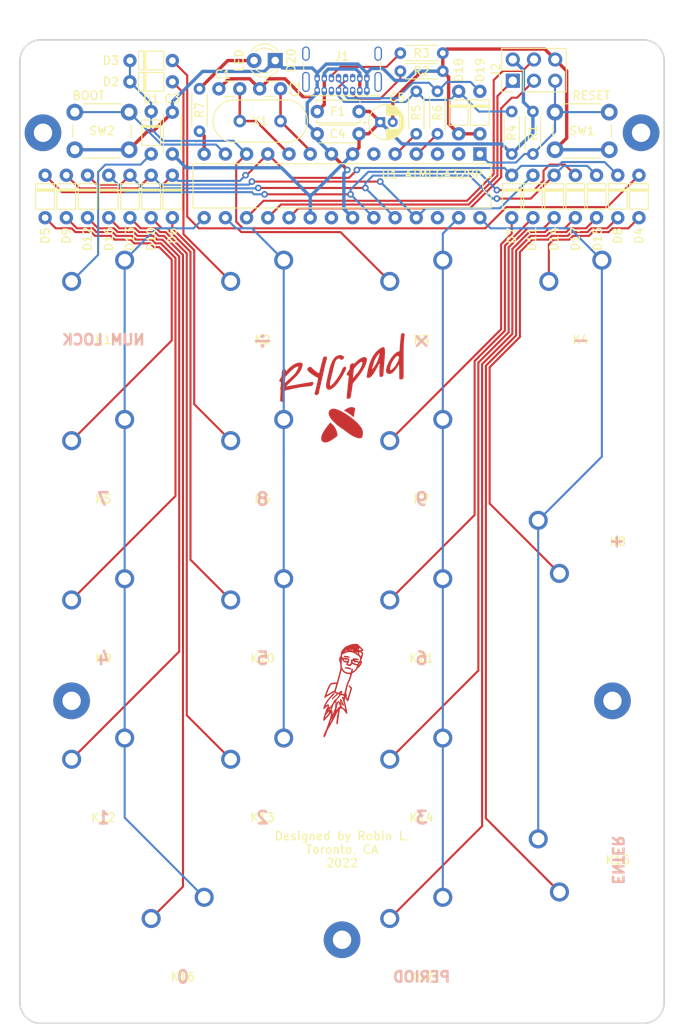
<source format=kicad_pcb>
(kicad_pcb (version 20211014) (generator pcbnew)
  (layers (0 "F.Cu" signal) (31 "B.Cu" signal) (34 "B.Paste" user) (35 "F.Paste" user) (36 "B.SilkS" user "B.Silkscreen") (37 "F.SilkS" user "F.Silkscreen") (38 "B.Mask" user) (39 "F.Mask" user) (44 "Edge.Cuts" user))
  (net 0 "")
  (net 1 "Net-(D1-Pad2)")
  (net 2 "/row0")
  (net 3 "Net-(D2-Pad2)")
  (net 4 "Net-(D3-Pad2)")
  (net 5 "Net-(D4-Pad2)")
  (net 6 "Net-(D5-Pad2)")
  (net 7 "/row1")
  (net 8 "Net-(D6-Pad2)")
  (net 9 "Net-(D7-Pad2)")
  (net 10 "Net-(D8-Pad2)")
  (net 11 "Net-(D9-Pad2)")
  (net 12 "/row2")
  (net 13 "Net-(D10-Pad2)")
  (net 14 "Net-(D11-Pad2)")
  (net 15 "Net-(D12-Pad2)")
  (net 16 "/row3")
  (net 17 "Net-(D13-Pad2)")
  (net 18 "Net-(D14-Pad2)")
  (net 19 "Net-(D15-Pad2)")
  (net 20 "Net-(D16-Pad2)")
  (net 21 "/row4")
  (net 22 "Net-(D17-Pad2)")
  (net 23 "GND")
  (net 24 "Net-(D18-Pad1)")
  (net 25 "Net-(D19-Pad1)")
  (net 26 "/RESET")
  (net 27 "/MOSI")
  (net 28 "/SCK")
  (net 29 "+5V")
  (net 30 "/MISO")
  (net 31 "/col0")
  (net 32 "/col1")
  (net 33 "/col2")
  (net 34 "/col3")
  (net 35 "Net-(J1-PadA5)")
  (net 36 "Net-(J1-PadB5)")
  (net 37 "/USB_D-")
  (net 38 "/USB_D+")
  (net 39 "Net-(R7-Pad1)")
  (net 40 "Net-(C1-Pad1)")
  (net 41 "Net-(C2-Pad1)")
  (net 46 "Net-(F1-Pad2)")
  (net 47 "Net-(U1-Pad14)")
  (net 49 "/BOOT")
  (footprint "keyswitches:Stabilizer_MX_2u" (layer "F.Cu") (at 28.575 0 -90)
    (fp_text reference "REF**" hide)
    (fp_text value "Stabilizer_MX_2u" hide)
  )
  (footprint "keyswitches:Stabilizer_MX_2u" (layer "F.Cu") (at 28.575 38.1 -90)
    (fp_text reference "REF**" hide)
    (fp_text value "Stabilizer_MX_2u" hide)
  )
  (footprint "keyswitches:Stabilizer_MX_2u" (layer "F.Cu") (at -19.05 47.625 180)
    (fp_text reference "REF**" hide)
    (fp_text value "Stabilizer_MX_2u" hide)
  )
  (footprint "Package_DIP:DIP-28_W7.62mm" (layer "F.Cu") (at 16.51 -46.355 -90)
    (fp_text reference "U1")
    (fp_text value "ATmega328P-PU")
  )
  (footprint "personal:D_DO-35_SOD27_P5mm_Horizontal" (layer "F.Cu") (at -22.86 -51.435 -90)
    (fp_text reference "D1")
    (fp_text value "D")
  )
  (footprint "personal:D_DO-35_SOD27_P5mm_Horizontal" (layer "F.Cu") (at -25.4 -54.991)
    (fp_text reference "D2")
    (fp_text value "D")
  )
  (footprint "personal:D_DO-35_SOD27_P5mm_Horizontal" (layer "F.Cu") (at -25.4 -57.531)
    (fp_text reference "D3")
    (fp_text value "D")
  )
  (footprint "personal:D_DO-35_SOD27_P5mm_Horizontal" (layer "F.Cu") (at 35.56 -43.815 -90)
    (fp_text reference "D4")
    (fp_text value "D")
  )
  (footprint "personal:D_DO-35_SOD27_P5mm_Horizontal" (layer "F.Cu") (at -35.56 -43.815 -90)
    (fp_text reference "D5")
    (fp_text value "D")
  )
  (footprint "personal:D_DO-35_SOD27_P5mm_Horizontal" (layer "F.Cu") (at -20.32 -43.815 -90)
    (fp_text reference "D6")
    (fp_text value "D")
  )
  (footprint "personal:D_DO-35_SOD27_P5mm_Horizontal" (layer "F.Cu") (at -22.86 -43.815 -90)
    (fp_text reference "D10")
    (fp_text value "D")
  )
  (footprint "personal:D_DO-35_SOD27_P5mm_Horizontal" (layer "F.Cu") (at 22.86 -43.815 -90)
    (fp_text reference "D11")
    (fp_text value "D")
  )
  (footprint "personal:D_DO-35_SOD27_P5mm_Horizontal" (layer "F.Cu") (at -30.48 -43.815 -90)
    (fp_text reference "D12")
    (fp_text value "D")
  )
  (footprint "personal:D_DO-35_SOD27_P5mm_Horizontal" (layer "F.Cu") (at -25.4 -43.815 -90)
    (fp_text reference "D13")
    (fp_text value "D")
  )
  (footprint "personal:D_DO-35_SOD27_P5mm_Horizontal" (layer "F.Cu") (at 25.4 -43.815 -90)
    (fp_text reference "D14")
    (fp_text value "D")
  )
  (footprint "personal:D_DO-35_SOD27_P5mm_Horizontal" (layer "F.Cu") (at 30.48 -43.815 -90)
    (fp_text reference "D15")
    (fp_text value "D")
  )
  (footprint "personal:D_DO-35_SOD27_P5mm_Horizontal" (layer "F.Cu") (at -27.94 -43.815 -90)
    (fp_text reference "D16")
    (fp_text value "D")
  )
  (footprint "personal:D_DO-35_SOD27_P5mm_Horizontal" (layer "F.Cu") (at 27.94 -43.815 -90)
    (fp_text reference "D17")
    (fp_text value "D")
  )
  (footprint "personal:SW_MX_NoBorderSilk" (layer "F.Cu") (at -28.575 -28.575)
    (fp_text reference "K1")
    (fp_text value "KEYSW")
  )
  (footprint "personal:SW_MX_NoBorderSilk" (layer "F.Cu") (at -9.525 -28.575)
    (fp_text reference "K2")
    (fp_text value "KEYSW")
  )
  (footprint "personal:SW_MX_NoBorderSilk" (layer "F.Cu") (at 9.525 -28.575)
    (fp_text reference "K3")
    (fp_text value "KEYSW")
  )
  (footprint "personal:SW_MX_NoBorderSilk" (layer "F.Cu") (at 28.575 -28.575)
    (fp_text reference "K4")
    (fp_text value "KEYSW")
  )
  (footprint "personal:SW_MX_NoBorderSilk" (layer "F.Cu") (at -28.575 -9.525)
    (fp_text reference "K5")
    (fp_text value "KEYSW")
  )
  (footprint "personal:SW_MX_NoBorderSilk" (layer "F.Cu") (at -9.525 -9.525)
    (fp_text reference "K6")
    (fp_text value "KEYSW")
  )
  (footprint "personal:SW_MX_NoBorderSilk" (layer "F.Cu") (at 9.525 -9.525)
    (fp_text reference "K7")
    (fp_text value "KEYSW")
  )
  (footprint "personal:SW_MX_NoBorderSilk" (layer "F.Cu") (at 28.575 0 90)
    (fp_text reference "K8")
    (fp_text value "KEYSW")
  )
  (footprint "personal:SW_MX_NoBorderSilk" (layer "F.Cu") (at -28.575 9.525)
    (fp_text reference "K9")
    (fp_text value "KEYSW")
  )
  (footprint "personal:SW_MX_NoBorderSilk" (layer "F.Cu") (at -9.525 9.525)
    (fp_text reference "K10")
    (fp_text value "KEYSW")
  )
  (footprint "personal:SW_MX_NoBorderSilk" (layer "F.Cu") (at 9.525 9.525)
    (fp_text reference "K11")
    (fp_text value "KEYSW")
  )
  (footprint "personal:SW_MX_NoBorderSilk" (layer "F.Cu") (at -28.575 28.575)
    (fp_text reference "K12")
    (fp_text value "KEYSW")
  )
  (footprint "personal:SW_MX_NoBorderSilk" (layer "F.Cu") (at -9.525 28.575)
    (fp_text reference "K13")
    (fp_text value "KEYSW")
  )
  (footprint "personal:SW_MX_NoBorderSilk" (layer "F.Cu") (at 9.525 28.575)
    (fp_text reference "K14")
    (fp_text value "KEYSW")
  )
  (footprint "personal:SW_MX_NoBorderSilk" (layer "F.Cu") (at 28.575 38.1 90)
    (fp_text reference "K15")
    (fp_text value "KEYSW")
  )
  (footprint "personal:SW_MX_NoBorderSilk" (layer "F.Cu") (at -19.05 47.625)
    (fp_text reference "K16")
    (fp_text value "KEYSW")
  )
  (footprint "personal:SW_MX_NoBorderSilk" (layer "F.Cu") (at 9.525 47.625)
    (fp_text reference "K17")
    (fp_text value "KEYSW")
  )
  (footprint "Resistor_THT:R_Axial_DIN0204_L3.6mm_D1.6mm_P5.08mm_Horizontal" (layer "F.Cu") (at 22.86 -51.435 -90)
    (fp_text reference "R1")
    (fp_text value "10k")
  )
  (footprint "Resistor_THT:R_Axial_DIN0204_L3.6mm_D1.6mm_P5.08mm_Horizontal" (layer "F.Cu") (at 12.065 -56.261 180)
    (fp_text reference "R2")
    (fp_text value "5.1k")
  )
  (footprint "Resistor_THT:R_Axial_DIN0204_L3.6mm_D1.6mm_P5.08mm_Horizontal" (layer "F.Cu") (at 12.065 -58.42 180)
    (fp_text reference "R3")
    (fp_text value "5.1k")
  )
  (footprint "Resistor_THT:R_Axial_DIN0204_L3.6mm_D1.6mm_P5.08mm_Horizontal" (layer "F.Cu") (at 20.32 -46.355 90)
    (fp_text reference "R4")
    (fp_text value "1.5k")
  )
  (footprint "Resistor_THT:R_Axial_DIN0204_L3.6mm_D1.6mm_P5.08mm_Horizontal" (layer "F.Cu") (at 11.43 -53.848 -90)
    (fp_text reference "R6")
    (fp_text value "68")
  )
  (footprint "MountingHole:MountingHole_2.2mm_M2_Pad" (layer "F.Cu") (at 35.814 -48.895)
    (fp_text reference "H2" hide)
    (fp_text value "MountingHole")
  )
  (footprint "MountingHole:MountingHole_2.2mm_M2_Pad" (layer "F.Cu") (at -35.814 -48.895)
    (fp_text reference "H1" hide)
    (fp_text value "MountingHole")
  )
  (footprint "personal:D_DO-35_SOD27_P5mm_Horizontal" (layer "F.Cu") (at 13.97 -53.848 -90)
    (fp_text reference "D18")
    (fp_text value "3.6V")
  )
  (footprint "Button_Switch_THT:SW_PUSH_6mm" (layer "F.Cu") (at -32.004 -51.363)
    (fp_text reference "SW2")
    (fp_text value "BOOT")
  )
  (footprint "personal:D_DO-35_SOD27_P5mm_Horizontal" (layer "F.Cu") (at 20.32 -43.815 -90)
    (fp_text reference "D7")
    (fp_text value "D")
  )
  (footprint "Capacitor_THT:C_Disc_D4.3mm_W1.9mm_P5.00mm" (layer "F.Cu") (at -20.32 -46.355 90)
    (fp_text reference "C3")
    (fp_text value "0.1u")
  )
  (footprint "Connector_PinHeader_2.54mm:PinHeader_2x03_P2.54mm_Vertical" (layer "F.Cu") (at 20.447 -55.118 90)
    (fp_text reference "J2")
    (fp_text value "AVR ISP")
  )
  (footprint "personal:USB_C_Receptacle_GCT_USB4085_personalized" (layer "F.Cu") (at 2.975 -54 180)
    (fp_text reference "J1")
    (fp_text value "USB_C_Receptacle_USB2.0")
  )
  (footprint "personal:D_DO-35_SOD27_P5mm_Horizontal" (layer "F.Cu") (at 16.51 -53.848 -90)
    (fp_text reference "D19")
    (fp_text value "3.6V")
  )
  (footprint "personal:D_DO-35_SOD27_P5mm_Horizontal" (layer "F.Cu") (at 33.02 -43.815 -90)
    (fp_text reference "D8")
    (fp_text value "D")
  )
  (footprint "personal:meme_logo" (layer "F.Cu") (at 0.508 17.526)
    (fp_text reference "G***" hide)
    (fp_text value "LOGO" hide)
  )
  (footprint "Resistor_THT:R_Axial_DIN0204_L3.6mm_D1.6mm_P5.08mm_Horizontal" (layer "F.Cu") (at 8.89 -48.768 90)
    (fp_text reference "R5")
    (fp_text value "68")
  )
  (footprint "personal:D_DO-35_SOD27_P5mm_Horizontal" (layer "F.Cu") (at -33.02 -43.815 -90)
    (fp_text reference "D9")
    (fp_text value "D")
  )
  (footprint "MountingHole:MountingHole_2.2mm_M2_Pad" (layer "F.Cu") (at -32.385 19.05)
    (fp_text reference "H3" hide)
    (fp_text value "MountingHole")
  )
  (footprint "MountingHole:MountingHole_2.2mm_M2_Pad" (layer "F.Cu") (at 0 47.625)
    (fp_text reference "H5" hide)
    (fp_text value "MountingHole")
  )
  (footprint "MountingHole:MountingHole_2.2mm_M2_Pad" (layer "F.Cu") (at 32.385 19.05)
    (fp_text reference "H4" hide)
    (fp_text value "MountingHole")
  )
  (footprint "Button_Switch_THT:SW_PUSH_6mm" (layer "F.Cu") (at 25.504 -51.363)
    (fp_text reference "SW1")
    (fp_text value "RESET")
  )
  (footprint "Resistor_THT:R_Axial_DIN0204_L3.6mm_D1.6mm_P5.08mm_Horizontal" (layer "F.Cu") (at -17.07 -54.1528 -90)
    (fp_text reference "R7")
    (fp_text value "1k")
  )
  (footprint "Crystal:Crystal_HC49-U_Vertical" (layer "F.Cu") (at -12.246 -50.292)
    (fp_text reference "X1")
    (fp_text value "16MHz")
  )
  (footprint "Capacitor_THT:C_Disc_D3.0mm_W1.6mm_P2.50mm" (layer "F.Cu") (at -12.246 -54.1528 180)
    (fp_text reference "C1")
    (fp_text value "22p")
  )
  (footprint "Capacitor_THT:CP_Radial_D4.0mm_P1.50mm" (layer "F.Cu") (at 4.572 -50.165)
    (fp_text reference "C5")
    (fp_text value "4.7u")
  )
  (footprint "Capacitor_THT:C_Disc_D5.0mm_W2.5mm_P5.00mm" (layer "F.Cu") (at 2.032 -51.435 180)
    (fp_text reference "F1")
    (fp_text value "250mA")
  )
  (footprint "Capacitor_THT:C_Disc_D4.3mm_W1.9mm_P5.00mm" (layer "F.Cu") (at 2.032 -48.768 180)
    (fp_text reference "C4")
    (fp_text value "0.1u")
  )
  (footprint "Capacitor_THT:C_Disc_D3.0mm_W1.6mm_P2.50mm" (layer "F.Cu") (at -7.366 -54.1528 180)
    (fp_text reference "C2")
    (fp_text value "22p")
  )
  (footprint "LED_THT:LED_D3.0mm" (layer "F.Cu") (at -8.001 -57.531 180)
    (fp_text reference "D20")
    (fp_text value "LED")
  )
  (footprint "personal:RYCpad_logo_v0" (layer "F.Cu") (at 0 -20.828)
    (fp_text reference "G***" hide)
    (fp_text value "LOGO" hide)
  )
  (footprint "personal:RYCpad_rice-icon_v0_small" (layer "F.Cu") (at 0 -13.97)
    (fp_text reference "G***" hide)
    (fp_text value "LOGO" hide)
  )
  (gr_arc (start 38.575 55.12485) (mid 37.842767 56.892617) (end 36.075 57.62485) (layer "Edge.Cuts") (width 0.2))
  (gr_line (start -36.075 -60.005949) (end 36.075 -60.005949) (layer "Edge.Cuts") (width 0.2))
  (gr_arc (start -36.075 57.62485) (mid -37.842767 56.892617) (end -38.575 55.12485) (layer "Edge.Cuts") (width 0.2))
  (gr_arc (start -38.575 -57.505949) (mid -37.842767 -59.273716) (end -36.075 -60.005949) (layer "Edge.Cuts") (width 0.2))
  (gr_arc (start 36.075 -60.005949) (mid 37.842767 -59.273716) (end 38.575 -57.505949) (layer "Edge.Cuts") (width 0.2))
  (gr_line (start 38.575 -57.505949) (end 38.575 55.12485) (layer "Edge.Cuts") (width 0.2))
  (gr_line (start 36.075 57.62485) (end -36.075 57.62485) (layer "Edge.Cuts") (width 0.2))
  (gr_line (start -38.575 55.12485) (end -38.575 -57.50595) (layer "Edge.Cuts") (width 0.2))
  (gr_text "1" (at -28.575 33.02) (layer "B.SilkS") (effects (font (size 1.5 1.5) (thickness 0.3)) (justify mirror)))
  (gr_text "0" (at -19.05 52.07) (layer "B.SilkS") (effects (font (size 1.5 1.5) (thickness 0.3)) (justify mirror)))
  (gr_text "2" (at -9.525 33.02) (layer "B.SilkS") (effects (font (size 1.5 1.5) (thickness 0.3)) (justify mirror)))
  (gr_text "3" (at 9.525 33.02) (layer "B.SilkS") (effects (font (size 1.5 1.5) (thickness 0.3)) (justify mirror)))
  (gr_text "6" (at 9.525 13.97) (layer "B.SilkS") (effects (font (size 1.5 1.5) (thickness 0.3)) (justify mirror)))
  (gr_text "5" (at -9.525 13.97) (layer "B.SilkS") (effects (font (size 1.5 1.5) (thickness 0.3)) (justify mirror)))
  (gr_text "4" (at -28.575 13.97) (layer "B.SilkS") (effects (font (size 1.5 1.5) (thickness 0.3)) (justify mirror)))
  (gr_text "7" (at -28.575 -5.08) (layer "B.SilkS") (effects (font (size 1.5 1.5) (thickness 0.3)) (justify mirror)))
  (gr_text "8" (at -9.525 -5.08) (layer "B.SilkS") (effects (font (size 1.5 1.5) (thickness 0.3)) (justify mirror)))
  (gr_text "9" (at 9.525 -5.08) (layer "B.SilkS") (effects (font (size 1.5 1.5) (thickness 0.3)) (justify mirror)))
  (gr_text "×" (at 9.525 -24.13) (layer "B.SilkS") (effects (font (size 2 2) (thickness 0.3)) (justify mirror)))
  (gr_text "÷" (at -9.525 -24.13) (layer "B.SilkS") (effects (font (size 2 2) (thickness 0.3)) (justify mirror)))
  (gr_text "NUM LOCK" (at -28.575 -24.13) (layer "B.SilkS") (effects (font (size 1.25 1.25) (thickness 0.3)) (justify mirror)))
  (gr_text "-" (at 28.575 -24.13) (layer "B.SilkS") (effects (font (size 1.5 1.5) (thickness 0.3)) (justify mirror)))
  (gr_text "ENTER" (at 33.02 38.1 -90) (layer "B.SilkS") (effects (font (size 1.25 1.25) (thickness 0.3)) (justify mirror)))
  (gr_text "PERIOD" (at 9.525 52.07) (layer "B.SilkS") (effects (font (size 1.25 1.25) (thickness 0.3)) (justify mirror)))
  (gr_text "+" (at 33.02 0 -90) (layer "B.SilkS") (effects (font (size 1.5 1.5) (thickness 0.3)) (justify mirror)))
  (gr_text "RESET" (at 29.845 -53.34) (layer "F.SilkS") (effects (font (size 1 1))))
  (gr_text "Designed by Robin L.\nToronto, CA\n2022" (at 0 36.83) (layer "F.SilkS") (effects (font (size 1 1))))
  (gr_text "BOOT" (at -30.353 -53.34) (layer "F.SilkS") (effects (font (size 1 1))))
  (gr_text "ATMEGA328P" (at 12.192 -43.942) (layer "F.SilkS") (effects (font (size 1 1))))
  (segment (start -28.335002 -45.085) (end -24.13 -45.085) (width 0.25) (layer "B.Cu") (net 1))
  (segment (start -29.21 -34.29) (end -29.21 -44.210002) (width 0.25) (layer "B.Cu") (net 1))
  (segment (start -24.13 -45.085) (end -22.86 -46.355) (width 0.25) (layer "B.Cu") (net 1))
  (segment (start -32.385 -31.115) (end -29.21 -34.29) (width 0.25) (layer "B.Cu") (net 1))
  (segment (start -29.21 -44.210002) (end -28.335002 -45.085) (width 0.25) (layer "B.Cu") (net 1))
  (segment (start -11.881501 -37.465) (end 17.145 -37.465) (width 0.25) (layer "F.Cu") (net 2))
  (segment (start -12.675 -38.258499) (end -11.881501 -37.465) (width 0.25) (layer "F.Cu") (net 2))
  (segment (start -11.43 -46.355) (end -12.675 -45.11) (width 0.25) (layer "F.Cu") (net 2))
  (segment (start 31.75 -40.005) (end 35.56 -43.815) (width 0.25) (layer "F.Cu") (net 2))
  (segment (start 17.145 -37.465) (end 19.685 -40.005) (width 0.25) (layer "F.Cu") (net 2))
  (segment (start -12.675 -45.11) (end -12.675 -38.258499) (width 0.25) (layer "F.Cu") (net 2))
  (segment (start 19.685 -40.005) (end 31.75 -40.005) (width 0.25) (layer "F.Cu") (net 2))
  (segment (start -25.4 -57.531) (end -25.4 -54.61) (width 0.25) (layer "B.Cu") (net 2))
  (segment (start -25.4 -54.991) (end -22.86 -52.451) (width 0.25) (layer "B.Cu") (net 2))
  (segment (start -13.00501 -47.93001) (end -11.43 -46.355) (width 0.25) (layer "B.Cu") (net 2))
  (segment (start -21.4346 -47.93001) (end -13.00501 -47.93001) (width 0.25) (layer "B.Cu") (net 2))
  (segment (start -22.86 -51.435) (end -22.86 -49.35541) (width 0.25) (layer "B.Cu") (net 2))
  (segment (start -22.86 -52.451) (end -22.86 -51.435) (width 0.25) (layer "B.Cu") (net 2))
  (segment (start -22.86 -49.35541) (end -21.4346 -47.93001) (width 0.25) (layer "B.Cu") (net 2))
  (segment (start -18.992011 -53.663011) (end -20.32 -54.991) (width 0.25) (layer "F.Cu") (net 3))
  (segment (start -13.335 -31.115) (end -18.992011 -36.772011) (width 0.25) (layer "F.Cu") (net 3))
  (segment (start -18.992011 -36.772011) (end -18.992011 -53.663011) (width 0.25) (layer "F.Cu") (net 3))
  (segment (start -17.145 -37.465) (end -12.517911 -37.465) (width 0.25) (layer "F.Cu") (net 4))
  (segment (start -12.517911 -37.465) (end -12.067901 -37.01499) (width 0.25) (layer "F.Cu") (net 4))
  (segment (start -12.067901 -37.01499) (end -0.18499 -37.01499) (width 0.25) (layer "F.Cu") (net 4))
  (segment (start -18.542 -55.753) (end -18.542 -38.862) (width 0.25) (layer "F.Cu") (net 4))
  (segment (start -0.18499 -37.01499) (end 5.715 -31.115) (width 0.25) (layer "F.Cu") (net 4))
  (segment (start -20.32 -57.531) (end -18.542 -55.753) (width 0.25) (layer "F.Cu") (net 4))
  (segment (start -18.542 -38.862) (end -17.145 -37.465) (width 0.25) (layer "F.Cu") (net 4))
  (segment (start 32.38641 -37.465) (end 31.9364 -37.01499) (width 0.25) (layer "F.Cu") (net 5))
  (segment (start 24.765 -35.55436) (end 25.325612 -36.114972) (width 0.25) (layer "F.Cu") (net 5))
  (segment (start 27.679212 -36.564982) (end 29.582802 -36.564982) (width 0.25) (layer "F.Cu") (net 5))
  (segment (start 27.229202 -36.114972) (end 27.679212 -36.564982) (width 0.25) (layer "F.Cu") (net 5))
  (segment (start 24.765 -31.115) (end 24.765 -35.55436) (width 0.25) (layer "F.Cu") (net 5))
  (segment (start 31.9364 -37.01499) (end 30.03281 -37.01499) (width 0.25) (layer "F.Cu") (net 5))
  (segment (start 34.29 -37.465) (end 32.38641 -37.465) (width 0.25) (layer "F.Cu") (net 5))
  (segment (start 35.56 -38.735) (end 34.29 -37.465) (width 0.25) (layer "F.Cu") (net 5))
  (segment (start 30.03281 -37.01499) (end 29.582802 -36.564982) (width 0.25) (layer "F.Cu") (net 5))
  (segment (start 25.325612 -36.114972) (end 27.229202 -36.114972) (width 0.25) (layer "F.Cu") (net 5))
  (segment (start -24.8756 -35.66496) (end -22.97201 -35.66496) (width 0.25) (layer "F.Cu") (net 6))
  (segment (start -29.5828 -36.56498) (end -27.67921 -36.56498) (width 0.25) (layer "F.Cu") (net 6))
  (segment (start -32.38641 -37.465) (end -31.9364 -37.01499) (width 0.25) (layer "F.Cu") (net 6))
  (segment (start -22.319099 -22.130901) (end -32.385 -12.065) (width 0.25) (layer "F.Cu") (net 6))
  (segment (start -30.03281 -37.01499) (end -29.5828 -36.56498) (width 0.25) (layer "F.Cu") (net 6))
  (segment (start -22.97201 -35.66496) (end -22.522 -35.21495) (width 0.25) (layer "F.Cu") (net 6))
  (segment (start -21.88982 -35.21495) (end -20.40003 -33.72516) (width 0.25) (layer "F.Cu") (net 6))
  (segment (start -31.9364 -37.01499) (end -30.03281 -37.01499) (width 0.25) (layer "F.Cu") (net 6))
  (segment (start -35.56 -38.735) (end -34.29 -37.465) (width 0.25) (layer "F.Cu") (net 6))
  (segment (start -20.40003 -24.04997) (end -22.319099 -22.130901) (width 0.25) (layer "F.Cu") (net 6))
  (segment (start -34.29 -37.465) (end -32.38641 -37.465) (width 0.25) (layer "F.Cu") (net 6))
  (segment (start -27.2292 -36.11497) (end -25.32561 -36.11497) (width 0.25) (layer "F.Cu") (net 6))
  (segment (start -25.32561 -36.11497) (end -24.8756 -35.66496) (width 0.25) (layer "F.Cu") (net 6))
  (segment (start -22.522 -35.21495) (end -21.88982 -35.21495) (width 0.25) (layer "F.Cu") (net 6))
  (segment (start -27.67921 -36.56498) (end -27.2292 -36.11497) (width 0.25) (layer "F.Cu") (net 6))
  (segment (start -20.40003 -33.72516) (end -20.40003 -24.04997) (width 0.25) (layer "F.Cu") (net 6))
  (segment (start -8.89 -46.355) (end -11.43 -43.815) (width 0.25) (layer "F.Cu") (net 7))
  (segment (start -6.03752 -43.50252) (end -8.89 -46.355) (width 0.25) (layer "F.Cu") (net 7))
  (segment (start -11.43 -43.815) (end -11.557 -43.815) (width 0.25) (layer "F.Cu") (net 7))
  (segment (start 1.778 -44.45) (end 0.83052 -43.50252) (width 0.25) (layer "F.Cu") (net 7))
  (segment (start -33.53498 -41.78998) (end -22.34502 -41.78998) (width 0.25) (layer "F.Cu") (net 7))
  (segment (start -22.34502 -41.78998) (end -20.32 -43.815) (width 0.25) (layer "F.Cu") (net 7))
  (segment (start 0.83052 -43.50252) (end -6.03752 -43.50252) (width 0.25) (layer "F.Cu") (net 7))
  (segment (start -35.56 -43.815) (end -33.53498 -41.78998) (width 0.25) (layer "F.Cu") (net 7))
  (via (at -11.557 -43.815) (size 0.8) (drill 0.4) (layers "F.Cu" "B.Cu") (net 7))
  (via (at 1.778 -44.45) (size 0.8) (drill 0.4) (layers "F.Cu" "B.Cu") (net 7))
  (segment (start 20.32 -43.815) (end 21.445001 -44.940001) (width 0.25) (layer "B.Cu") (net 7))
  (segment (start 31.44499 -45.39001) (end 33.02 -43.815) (width 0.25) (layer "B.Cu") (net 7))
  (segment (start -12.231991 -43.140009) (end -11.557 -43.815) (width 0.25) (layer "B.Cu") (net 7))
  (segment (start 26.3386 -45.39001) (end 31.44499 -45.39001) (width 0.25) (layer "B.Cu") (net 7))
  (segment (start 19.45747 -44.67753) (end 20.32 -43.815) (width 0.25) (layer "B.Cu") (net 7))
  (segment (start 21.445001 -44.940001) (end 25.888591 -44.940001) (width 0.25) (layer "B.Cu") (net 7))
  (segment (start 25.888591 -44.940001) (end 26.3386 -45.39001) (width 0.25) (layer "B.Cu") (net 7))
  (segment (start 1.778 -44.45) (end 2.00553 -44.67753) (width 0.25) (layer "B.Cu") (net 7))
  (segment (start -19.645009 -43.140009) (end -12.231991 -43.140009) (width 0.25) (layer "B.Cu") (net 7))
  (segment (start 2.00553 -44.67753) (end 19.45747 -44.67753) (width 0.25) (layer "B.Cu") (net 7))
  (segment (start -20.32 -43.815) (end -19.645009 -43.140009) (width 0.25) (layer "B.Cu") (net 7))
  (segment (start -17.69997 -34.84356) (end -20.32 -37.46359) (width 0.25) (layer "F.Cu") (net 8))
  (segment (start -13.335 -12.065) (end -17.69997 -16.42997) (width 0.25) (layer "F.Cu") (net 8))
  (segment (start -17.69997 -16.42997) (end -17.69997 -34.84356) (width 0.25) (layer "F.Cu") (net 8))
  (segment (start -20.32 -37.46359) (end -20.32 -38.735) (width 0.25) (layer "F.Cu") (net 8))
  (segment (start 19.05 -25.4) (end 5.715 -12.065) (width 0.25) (layer "F.Cu") (net 9))
  (segment (start 19.05 -35.56282) (end 19.05 -25.4) (width 0.25) (layer "F.Cu") (net 9))
  (segment (start 20.32 -38.735) (end 20.32 -36.83282) (width 0.25) (layer "F.Cu") (net 9))
  (segment (start 20.32 -36.83282) (end 19.05 -35.56282) (width 0.25) (layer "F.Cu") (net 9))
  (segment (start 17.675038 -20.842988) (end 17.675038 -4.549962) (width 0.25) (layer "F.Cu") (net 10))
  (segment (start 21.30005 -24.468) (end 17.675038 -20.842988) (width 0.25) (layer "F.Cu") (net 10))
  (segment (start 29.84641 -37.465) (end 29.396401 -37.014991) (width 0.25) (layer "F.Cu") (net 10))
  (segment (start 22.78561 -36.11497) (end 21.30005 -34.62941) (width 0.25) (layer "F.Cu") (net 10))
  (segment (start 31.75 -37.465) (end 29.84641 -37.465) (width 0.25) (layer "F.Cu") (net 10))
  (segment (start 27.042801 -36.564981) (end 25.13921 -36.56498) (width 0.25) (layer "F.Cu") (net 10))
  (segment (start 17.675038 -4.549962) (end 26.035 3.81) (width 0.25) (layer "F.Cu") (net 10))
  (segment (start 25.13921 -36.56498) (end 24.689201 -36.114971) (width 0.25) (layer "F.Cu") (net 10))
  (segment (start 27.49281 -37.01499) (end 27.042801 -36.564981) (width 0.25) (layer "F.Cu") (net 10))
  (segment (start 29.396401 -37.014991) (end 27.49281 -37.01499) (width 0.25) (layer "F.Cu") (net 10))
  (segment (start 24.689201 -36.114971) (end 22.78561 -36.11497) (width 0.25) (layer "F.Cu") (net 10))
  (segment (start 33.02 -38.735) (end 31.75 -37.465) (width 0.25) (layer "F.Cu") (net 10))
  (segment (start 21.30005 -34.62941) (end 21.30005 -24.468) (width 0.25) (layer "F.Cu") (net 10))
  (segment (start -19.95002 -33.91156) (end -19.95002 -5.44998) (width 0.25) (layer "F.Cu") (net 11))
  (segment (start -22.3356 -35.66496) (end -21.70342 -35.66496) (width 0.25) (layer "F.Cu") (net 11))
  (segment (start -31.75 -37.465) (end -29.84641 -37.465) (width 0.25) (layer "F.Cu") (net 11))
  (segment (start -33.02 -38.735) (end -31.75 -37.465) (width 0.25) (layer "F.Cu") (net 11))
  (segment (start -29.84641 -37.465) (end -29.3964 -37.01499) (width 0.25) (layer "F.Cu") (net 11))
  (segment (start -29.3964 -37.01499) (end -27.49281 -37.01499) (width 0.25) (layer "F.Cu") (net 11))
  (segment (start -19.95002 -5.44998) (end -22.225 -3.175) (width 0.25) (layer "F.Cu") (net 11))
  (segment (start -24.6892 -36.11497) (end -22.78561 -36.11497) (width 0.25) (layer "F.Cu") (net 11))
  (segment (start -25.13921 -36.56498) (end -24.6892 -36.11497) (width 0.25) (layer "F.Cu") (net 11))
  (segment (start -21.70342 -35.66496) (end -19.95002 -33.91156) (width 0.25) (layer "F.Cu") (net 11))
  (segment (start -22.225 -3.175) (end -32.385 6.985) (width 0.25) (layer "F.Cu") (net 11))
  (segment (start -22.78561 -36.11497) (end -22.3356 -35.66496) (width 0.25) (layer "F.Cu") (net 11))
  (segment (start -27.49281 -37.01499) (end -27.0428 -36.56498) (width 0.25) (layer "F.Cu") (net 11))
  (segment (start -27.0428 -36.56498) (end -25.13921 -36.56498) (width 0.25) (layer "F.Cu") (net 11))
  (segment (start -31.44499 -42.23999) (end -24.43501 -42.23999) (width 0.25) (layer "F.Cu") (net 12))
  (segment (start -10.795 -43.053) (end 4.572 -43.053) (width 0.25) (layer "F.Cu") (net 12))
  (segment (start -33.02 -43.815) (end -31.44499 -42.23999) (width 0.25) (layer "F.Cu") (net 12))
  (segment (start -24.43501 -42.23999) (end -22.86 -43.815) (width 0.25) (layer "F.Cu") (net 12))
  (via (at 4.572 -43.053) (size 0.8) (drill 0.4) (layers "F.Cu" "B.Cu") (net 12))
  (via (at -10.795 -43.053) (size 0.8) (drill 0.4) (layers "F.Cu" "B.Cu") (net 12))
  (segment (start -21.734999 -42.689999) (end -11.158001 -42.689999) (width 0.25) (layer "B.Cu") (net 12))
  (segment (start -11.158001 -42.689999) (end -10.795 -43.053) (width 0.25) (layer "B.Cu") (net 12))
  (segment (start 10.015001 -39.860001) (end 8.89 -38.735) (width 0.25) (layer "B.Cu") (net 12))
  (segment (start 8.89 -38.735) (end 4.572 -43.053) (width 0.25) (layer "B.Cu") (net 12))
  (segment (start 22.86 -43.815) (end 18.905001 -39.860001) (width 0.25) (layer "B.Cu") (net 12))
  (segment (start -22.86 -43.815) (end -21.734999 -42.689999) (width 0.25) (layer "B.Cu") (net 12))
  (segment (start 18.905001 -39.860001) (end 10.015001 -39.860001) (width 0.25) (layer "B.Cu") (net 12))
  (segment (start -18.14998 -34.65716) (end -18.14998 2.17002) (width 0.25) (layer "F.Cu") (net 13))
  (segment (start -22.86 -38.735) (end -21.59 -37.465) (width 0.25) (layer "F.Cu") (net 13))
  (segment (start -20.77001 -37.27719) (end -18.14998 -34.65716) (width 0.25) (layer "F.Cu") (net 13))
  (segment (start -21.59 -37.465) (end -20.955 -37.465) (width 0.25) (layer "F.Cu") (net 13))
  (segment (start -18.14998 2.17002) (end -13.335 6.985) (width 0.25) (layer "F.Cu") (net 13))
  (segment (start -20.77001 -37.28001) (end -20.77001 -37.27719) (width 0.25) (layer "F.Cu") (net 13))
  (segment (start -20.955 -37.465) (end -20.77001 -37.28001) (width 0.25) (layer "F.Cu") (net 13))
  (segment (start 19.50001 -25.2136) (end 15.875 -21.58859) (width 0.25) (layer "F.Cu") (net 14))
  (segment (start 19.50001 -35.37642) (end 19.50001 -25.2136) (width 0.25) (layer "F.Cu") (net 14))
  (segment (start 21.58859 -37.465) (end 19.50001 -35.37642) (width 0.25) (layer "F.Cu") (net 14))
  (segment (start 15.875 -3.175) (end 15.24 -2.54) (width 0.25) (layer "F.Cu") (net 14))
  (segment (start 15.875 -21.58859) (end 15.875 -3.175) (width 0.25) (layer "F.Cu") (net 14))
  (segment (start 21.59 -37.465) (end 21.58859 -37.465) (width 0.25) (layer "F.Cu") (net 14))
  (segment (start 22.86 -38.735) (end 21.59 -37.465) (width 0.25) (layer "F.Cu") (net 14))
  (segment (start 15.24 -2.54) (end 5.715 6.985) (width 0.25) (layer "F.Cu") (net 14))
  (segment (start -29.21 -37.465) (end -27.30641 -37.465) (width 0.25) (layer "F.Cu") (net 15))
  (segment (start -24.5028 -36.56498) (end -22.59921 -36.56498) (width 0.25) (layer "F.Cu") (net 15))
  (segment (start -21.419079 15.069079) (end -19.50001 13.15001) (width 0.25) (layer "F.Cu") (net 15))
  (segment (start -19.50001 -34.09796) (end -19.50001 -28.39001) (width 0.25) (layer "F.Cu") (net 15))
  (segment (start -22.5425 16.1925) (end -32.385 26.035) (width 0.25) (layer "F.Cu") (net 15))
  (segment (start -22.1492 -36.11497) (end -21.51702 -36.11497) (width 0.25) (layer "F.Cu") (net 15))
  (segment (start -30.48 -38.735) (end -29.21 -37.465) (width 0.25) (layer "F.Cu") (net 15))
  (segment (start -27.30641 -37.465) (end -26.8564 -37.01499) (width 0.25) (layer "F.Cu") (net 15))
  (segment (start -24.95281 -37.01499) (end -24.5028 -36.56498) (width 0.25) (layer "F.Cu") (net 15))
  (segment (start -19.50001 13.15001) (end -19.50001 -28.39001) (width 0.25) (layer "F.Cu") (net 15))
  (segment (start -21.51702 -36.11497) (end -19.50001 -34.09796) (width 0.25) (layer "F.Cu") (net 15))
  (segment (start -21.419079 15.069079) (end -22.5425 16.1925) (width 0.25) (layer "F.Cu") (net 15))
  (segment (start -22.59921 -36.56498) (end -22.1492 -36.11497) (width 0.25) (layer "F.Cu") (net 15))
  (segment (start -26.8564 -37.01499) (end -24.95281 -37.01499) (width 0.25) (layer "F.Cu") (net 15))
  (segment (start -26.525001 -42.689999) (end -25.4 -43.815) (width 0.25) (layer "F.Cu") (net 16))
  (segment (start 25.4 -43.815) (end 22.606 -41.021) (width 0.25) (layer "F.Cu") (net 16))
  (segment (start -30.48 -43.815) (end -29.354999 -42.689999) (width 0.25) (layer "F.Cu") (net 16))
  (segment (start 22.606 -41.021) (end 18.542 -41.021) (width 0.25) (layer "F.Cu") (net 16))
  (segment (start -29.354999 -42.689999) (end -26.525001 -42.689999) (width 0.25) (layer "F.Cu") (net 16))
  (segment (start -10.033 -42.291) (end 2.794 -42.291) (width 0.25) (layer "F.Cu") (net 16))
  (via (at -10.033 -42.291) (size 0.8) (drill 0.4) (layers "F.Cu" "B.Cu") (net 16))
  (via (at 2.794 -42.291) (size 0.8) (drill 0.4) (layers "F.Cu" "B.Cu") (net 16))
  (via (at 18.542 -41.021) (size 0.8) (drill 0.4) (layers "F.Cu" "B.Cu") (net 16))
  (segment (start -10.08401 -42.23999) (end -10.033 -42.291) (width 0.25) (layer "B.Cu") (net 16))
  (segment (start 6.35 -38.735) (end 2.794 -42.291) (width 0.25) (layer "B.Cu") (net 16))
  (segment (start -25.4 -43.815) (end -23.82499 -42.23999) (width 0.25) (layer "B.Cu") (net 16))
  (segment (start 18.542 -41.021) (end 18.025386 -41.021) (width 0.25) (layer "B.Cu") (net 16))
  (segment (start 26.525001 -44.940001) (end 29.354999 -44.940001) (width 0.25) (layer "B.Cu") (net 16))
  (segment (start 3.715316 -43.778001) (end 2.794 -42.856685) (width 0.25) (layer "B.Cu") (net 16))
  (segment (start 18.025386 -41.021) (end 15.268385 -43.778001) (width 0.25) (layer "B.Cu") (net 16))
  (segment (start -23.82499 -42.23999) (end -10.08401 -42.23999) (width 0.25) (layer "B.Cu") (net 16))
  (segment (start 2.794 -42.856685) (end 2.794 -42.291) (width 0.25) (layer "B.Cu") (net 16))
  (segment (start 29.354999 -44.940001) (end 30.48 -43.815) (width 0.25) (layer "B.Cu") (net 16))
  (segment (start 15.268385 -43.778001) (end 3.715316 -43.778001) (width 0.25) (layer "B.Cu") (net 16))
  (segment (start 25.4 -43.815) (end 26.525001 -44.940001) (width 0.25) (layer "B.Cu") (net 16))
  (segment (start -25.4 -38.735) (end -24.13 -37.465) (width 0.25) (layer "F.Cu") (net 17))
  (segment (start -18.59999 20.77001) (end -13.335 26.035) (width 0.25) (layer "F.Cu") (net 17))
  (segment (start -21.7764 -37.01499) (end -21.14422 -37.01499) (width 0.25) (layer "F.Cu") (net 17))
  (segment (start -24.13 -37.465) (end -22.22641 -37.465) (width 0.25) (layer "F.Cu") (net 17))
  (segment (start -22.22641 -37.465) (end -21.7764 -37.01499) (width 0.25) (layer "F.Cu") (net 17))
  (segment (start -21.14422 -37.01499) (end -18.59999 -34.47076) (width 0.25) (layer "F.Cu") (net 17))
  (segment (start -18.59999 -34.47076) (end -18.59999 20.77001) (width 0.25) (layer "F.Cu") (net 17))
  (segment (start 19.95002 -25.0272) (end 16.32501 -21.40219) (width 0.25) (layer "F.Cu") (net 18))
  (segment (start 22.22641 -37.465) (end 21.776401 -37.014991) (width 0.25) (layer "F.Cu") (net 18))
  (segment (start 21.774991 -37.014991) (end 19.95002 -35.19002) (width 0.25) (layer "F.Cu") (net 18))
  (segment (start 15.875 15.875) (end 5.715 26.035) (width 0.25) (layer "F.Cu") (net 18))
  (segment (start 21.776401 -37.014991) (end 21.774991 -37.014991) (width 0.25) (layer "F.Cu") (net 18))
  (segment (start 25.4 -38.735) (end 24.13 -37.465) (width 0.25) (layer "F.Cu") (net 18))
  (segment (start 16.32501 -21.40219) (end 16.325009 15.424991) (width 0.25) (layer "F.Cu") (net 18))
  (segment (start 16.325009 15.424991) (end 15.875 15.875) (width 0.25) (layer "F.Cu") (net 18))
  (segment (start 24.13 -37.465) (end 22.22641 -37.465) (width 0.25) (layer "F.Cu") (net 18))
  (segment (start 19.95002 -35.19002) (end 19.95002 -25.0272) (width 0.25) (layer "F.Cu") (net 18))
  (segment (start 30.48 -38.735) (end 29.21 -37.465) (width 0.25) (layer "F.Cu") (net 19))
  (segment (start 24.95281 -37.01499) (end 24.5028 -36.56498) (width 0.25) (layer "F.Cu") (net 19))
  (segment (start 24.5028 -36.56498) (end 22.59921 -36.56498) (width 0.25) (layer "F.Cu") (net 19))
  (segment (start 17.225028 -21.029388) (end 17.225028 33.100028) (width 0.25) (layer "F.Cu") (net 19))
  (segment (start 26.8564 -37.01499) (end 24.95281 -37.01499) (width 0.25) (layer "F.Cu") (net 19))
  (segment (start 22.59921 -36.56498) (end 20.85004 -34.81581) (width 0.25) (layer "F.Cu") (net 19))
  (segment (start 17.225028 33.100028) (end 26.035 41.91) (width 0.25) (layer "F.Cu") (net 19))
  (segment (start 29.21 -37.465) (end 27.30641 -37.465) (width 0.25) (layer "F.Cu") (net 19))
  (segment (start 20.85004 -24.6544) (end 17.225028 -21.029388) (width 0.25) (layer "F.Cu") (net 19))
  (segment (start 27.30641 -37.465) (end 26.8564 -37.01499) (width 0.25) (layer "F.Cu") (net 19))
  (segment (start 20.85004 -34.81581) (end 20.85004 -24.6544) (width 0.25) (layer "F.Cu") (net 19))
  (segment (start -21.9628 -36.56498) (end -21.33062 -36.56498) (width 0.25) (layer "F.Cu") (net 20))
  (segment (start -27.94 -38.735) (end -26.67 -37.465) (width 0.25) (layer "F.Cu") (net 20))
  (segment (start -19.05 -34.28436) (end -19.05 41.275) (width 0.25) (layer "F.Cu") (net 20))
  (segment (start -26.67 -37.465) (end -24.76641 -37.465) (width 0.25) (layer "F.Cu") (net 20))
  (segment (start -24.3164 -37.01499) (end -22.41281 -37.01499) (width 0.25) (layer "F.Cu") (net 20))
  (segment (start -22.41281 -37.01499) (end -21.9628 -36.56498) (width 0.25) (layer "F.Cu") (net 20))
  (segment (start -19.05 41.275) (end -22.86 45.085) (width 0.25) (layer "F.Cu") (net 20))
  (segment (start -24.76641 -37.465) (end -24.3164 -37.01499) (width 0.25) (layer "F.Cu") (net 20))
  (segment (start -21.33062 -36.56498) (end -19.05 -34.28436) (width 0.25) (layer "F.Cu") (net 20))
  (segment (start 22.986282 -42.037) (end 24.13 -43.180718) (width 0.25) (layer "F.Cu") (net 21))
  (segment (start 24.13 -44.35615) (end 24.85885 -45.085) (width 0.25) (layer "F.Cu") (net 21))
  (segment (start 24.85885 -45.085) (end 26.67 -45.085) (width 0.25) (layer "F.Cu") (net 21))
  (segment (start -9.271 -41.529) (end 1.016 -41.529) (width 0.25) (layer "F.Cu") (net 21))
  (segment (start 18.542 -42.037) (end 22.986282 -42.037) (width 0.25) (layer "F.Cu") (net 21))
  (segment (start 26.67 -45.085) (end 27.94 -43.815) (width 0.25) (layer "F.Cu") (net 21))
  (segment (start 24.13 -43.180718) (end 24.13 -44.35615) (width 0.25) (layer "F.Cu") (net 21))
  (via (at 1.016 -41.529) (size 0.8) (drill 0.4) (layers "F.Cu" "B.Cu") (net 21))
  (via (at -9.271 -41.529) (size 0.8) (drill 0.4) (layers "F.Cu" "B.Cu") (net 21))
  (via (at 18.542 -42.037) (size 0.8) (drill 0.4) (layers "F.Cu" "B.Cu") (net 21))
  (segment (start 3.149325 -44.22801) (end 1.016 -42.094685) (width 0.25) (layer "B.Cu") (net 21))
  (segment (start -27.94 -43.815) (end -25.91498 -41.78998) (width 0.25) (layer "B.Cu") (net 21))
  (segment (start 18.542 -42.037) (end 16.35099 -44.22801) (width 0.25) (layer "B.Cu") (net 21))
  (segment (start -25.91498 -41.78998) (end -10.795 -41.78998) (width 0.25) (layer "B.Cu") (net 21))
  (segment (start 3.81 -38.735) (end 1.016 -41.529) (width 0.25) (layer "B.Cu") (net 21))
  (segment (start -10.795 -41.78998) (end -10.53402 -41.529) (width 0.25) (layer "B.Cu") (net 21))
  (segment (start 16.35099 -44.22801) (end 3.149325 -44.22801) (width 0.25) (layer "B.Cu") (net 21))
  (segment (start 1.016 -42.094685) (end 1.016 -41.529) (width 0.25) (layer "B.Cu") (net 21))
  (segment (start -10.53402 -41.529) (end -9.271 -41.529) (width 0.25) (layer "B.Cu") (net 21))
  (segment (start 5.715 45.085) (end 16.775018 34.024982) (width 0.25) (layer "F.Cu") (net 22))
  (segment (start 20.40003 -24.8408) (end 20.40003 -35.00221) (width 0.25) (layer "F.Cu") (net 22))
  (segment (start 24.3164 -37.01499) (end 24.76641 -37.465) (width 0.25) (layer "F.Cu") (net 22))
  (segment (start 20.40003 -35.00221) (end 22.41281 -37.01499) (width 0.25) (layer "F.Cu") (net 22))
  (segment (start 16.775018 34.024982) (end 16.775019 -21.215789) (width 0.25) (layer "F.Cu") (net 22))
  (segment (start 16.775019 -21.215789) (end 20.40003 -24.8408) (width 0.25) (layer "F.Cu") (net 22))
  (segment (start 26.67 -37.465) (end 27.94 -38.735) (width 0.25) (layer "F.Cu") (net 22))
  (segment (start 22.41281 -37.01499) (end 24.3164 -37.01499) (width 0.25) (layer "F.Cu") (net 22))
  (segment (start 24.76641 -37.465) (end 26.67 -37.465) (width 0.25) (layer "F.Cu") (net 22))
  (segment (start 25.504 -46.863) (end 26.903511 -48.262511) (width 0.4) (layer "F.Cu") (net 23))
  (segment (start -13.546489 -55.352311) (end -11.065511 -55.352311) (width 0.4) (layer "F.Cu") (net 23))
  (segment (start -25.504 -46.863) (end -23.218 -49.149) (width 0.4) (layer "F.Cu") (net 23))
  (segment (start 13.97 -48.768) (end 16.51 -48.768) (width 0.4) (layer "F.Cu") (net 23))
  (segment (start 0.635 -44.45) (end -1.27 -46.355) (width 0.4) (layer "F.Cu") (net 23))
  (segment (start 6.072 -50.165) (end 6.072 -52.808) (width 0.4) (layer "F.Cu") (net 23))
  (segment (start 26.903511 -48.262511) (end 26.903511 -56.281489) (width 0.4) (layer "F.Cu") (net 23))
  (segment (start 12.765 -49.973) (end 13.97 -48.768) (width 0.4) (layer "F.Cu") (net 23))
  (segment (start -14.746 -54.1528) (end -13.546489 -55.352311) (width 0.4) (layer "F.Cu") (net 23))
  (segment (start 25.527 -57.658) (end 24.277489 -58.907511) (width 0.4) (layer "F.Cu") (net 23))
  (segment (start -23.218 -49.149) (end -22.526 -49.149) (width 0.4) (layer "F.Cu") (net 23))
  (segment (start -4.699 -53.213) (end -3.429 -53.213) (width 0.4) (layer "F.Cu") (net 23))
  (segment (start 12.765 -55.561) (end 12.765 -49.973) (width 0.4) (layer "F.Cu") (net 23))
  (segment (start -9.866 -54.1528) (end -8.666489 -55.352311) (width 0.4) (layer "F.Cu") (net 23))
  (segment (start -8.666489 -55.352311) (end -6.838311 -55.352311) (width 0.4) (layer "F.Cu") (net 23))
  (segment (start 6.072 -52.808) (end 9.525 -56.261) (width 0.4) (layer "F.Cu") (net 23))
  (segment (start -11.065511 -55.352311) (end -9.866 -54.1528) (width 0.4) (layer "F.Cu") (net 23))
  (segment (start 12.065 -56.261) (end 12.765 -55.561) (width 0.4) (layer "F.Cu") (net 23))
  (segment (start 12.065 -58.42) (end 12.065 -56.261) (width 0.4) (layer "F.Cu") (net 23))
  (segment (start -2.975 -53.667) (end -2.975 -54) (width 0.4) (layer "F.Cu") (net 23))
  (segment (start 26.903511 -56.281489) (end 25.527 -57.658) (width 0.4) (layer "F.Cu") (net 23))
  (segment (start -22.526 -49.149) (end -20.32 -51.355) (width 0.4) (layer "F.Cu") (net 23))
  (segment (start -3.429 -53.213) (end -2.975 -53.667) (width 0.4) (layer "F.Cu") (net 23))
  (segment (start 24.277489 -58.907511) (end 12.552511 -58.907511) (width 0.4) (layer "F.Cu") (net 23))
  (segment (start -6.838311 -55.352311) (end -4.699 -53.213) (width 0.4) (layer "F.Cu") (net 23))
  (segment (start 9.525 -56.261) (end 12.065 -56.261) (width 0.4) (layer "F.Cu") (net 23))
  (segment (start 12.552511 -58.907511) (end 12.065 -58.42) (width 0.4) (layer "F.Cu") (net 23))
  (via (at 0.635 -44.45) (size 0.8) (drill 0.4) (layers "F.Cu" "B.Cu") (net 23))
  (segment (start -2.975 -53.667) (end -4.167511 -52.474489) (width 0.4) (layer "B.Cu") (net 23))
  (segment (start 4.88848 -56.57952) (end 3.515671 -56.57952) (width 0.4) (layer "B.Cu") (net 23))
  (segment (start -20.32 -51.355) (end -20.32 -52.608944) (width 0.4) (layer "B.Cu") (net 23))
  (segment (start -4.167511 -49.967511) (end -2.968 -48.768) (width 0.4) (layer "B.Cu") (net 23))
  (segment (start -8.001 -57.531) (end -7.112 -56.642) (width 0.4) (layer "B.Cu") (net 23))
  (segment (start 2.975 -54) (end 2.975 -55.35) (width 0.4) (layer "B.Cu") (net 23))
  (segment (start 12.065 -56.261) (end 8.763 -56.261) (width 0.4) (layer "B.Cu") (net 23))
  (segment (start -2.975 -56.03885) (end -1.89933 -57.11452) (width 0.4) (layer "B.Cu") (net 23))
  (segment (start -2.975 -54) (end -2.975 -55.35) (width 0.4) (layer "B.Cu") (net 23))
  (segment (start 0.635 -44.45) (end 0.215999 -44.030999) (width 0.4) (layer "B.Cu") (net 23))
  (segment (start -7.112 -56.642) (end -3.57815 -56.642) (width 0.4) (layer "B.Cu") (net 23))
  (segment (start 0.215999 -39.789001) (end 1.27 -38.735) (width 0.4) (layer "B.Cu") (net 23))
  (segment (start 6.306511 -55.161489) (end 4.88848 -56.57952) (width 0.4) (layer "B.Cu") (net 23))
  (segment (start 3.515671 -56.57952) (end 2.975 -56.038849) (width 0.4) (layer "B.Cu") (net 23))
  (segment (start -3.57815 -56.642) (end -2.975 -56.03885) (width 0.4) (layer "B.Cu") (net 23))
  (segment (start -16.697455 -56.231489) (end -9.300511 -56.231489) (width 0.4) (layer "B.Cu") (net 23))
  (segment (start -2.968 -48.053) (end -1.27 -46.355) (width 0.4) (layer "B.Cu") (net 23))
  (segment (start -2.968 -48.768) (end -2.968 -48.053) (width 0.4) (layer "B.Cu") (net 23))
  (segment (start 32.004 -46.863) (end 25.504 -46.863) (width 0.4) (layer "B.Cu") (net 23))
  (segment (start -9.300511 -56.231489) (end -8.001 -57.531) (width 0.4) (layer "B.Cu") (net 23))
  (segment (start -4.167511 -52.474489) (end -4.167511 -49.967511) (width 0.4) (layer "B.Cu") (net 23))
  (segment (start -32.004 -46.863) (end -25.504 -46.863) (width 0.4) (layer "B.Cu") (net 23))
  (segment (start -2.975 -54) (end -2.975 -53.667) (width 0.4) (layer "B.Cu") (net 23))
  (segment (start 1.899329 -57.11452) (end 2.975 -56.038849) (width 0.4) (layer "B.Cu") (net 23))
  (segment (start 8.763 -56.261) (end 7.663489 -55.161489) (width 0.4) (layer "B.Cu") (net 23))
  (segment (start 7.663489 -55.161489) (end 6.306511 -55.161489) (width 0.4) (layer "B.Cu") (net 23))
  (segment (start 2.975 -56.038849) (end 2.975 -55.35) (width 0.4) (layer "B.Cu") (net 23))
  (segment (start -20.32 -52.608944) (end -16.697455 -56.231489) (width 0.4) (layer "B.Cu") (net 23))
  (segment (start 0.215999 -44.030999) (end 0.215999 -39.789001) (width 0.4) (layer "B.Cu") (net 23))
  (segment (start -2.975 -55.35) (end -2.975 -56.03885) (width 0.4) (layer "B.Cu") (net 23))
  (segment (start -1.89933 -57.11452) (end 1.899329 -57.11452) (width 0.4) (layer "B.Cu") (net 23))
  (segment (start -0.425 -54) (end -0.425 -54.312) (width 0.25) (layer "F.Cu") (net 24))
  (segment (start 0.425 -55.162) (end 0.425 -55.35) (width 0.25) (layer "F.Cu") (net 24))
  (segment (start -0.425 -54.312) (end 0.425 -55.162) (width 0.25) (layer "F.Cu") (net 24))
  (segment (start 7.62 -52.578) (end 8.89 -53.848) (width 0.25) (layer "B.Cu") (net 24))
  (segment (start 16.383 -51.435) (end 20.32 -51.435) (width 0.25) (layer "B.Cu") (net 24))
  (segment (start 8.89 -53.848) (end 9.915001 -52.822999) (width 0.25) (layer "B.Cu") (net 24))
  (segment (start 0.254 -52.578) (end 7.62 -52.578) (width 0.25) (layer "B.Cu") (net 24))
  (segment (start 12.944999 -52.822999) (end 13.97 -53.848) (width 0.25) (layer "B.Cu") (net 24))
  (segment (start -0.425 -54) (end -0.425 -53.257) (width 0.25) (layer "B.Cu") (net 24))
  (segment (start 9.915001 -52.822999) (end 12.944999 -52.822999) (width 0.25) (layer "B.Cu") (net 24))
  (segment (start 13.97 -53.848) (end 16.383 -51.435) (width 0.25) (layer "B.Cu") (net 24))
  (segment (start -0.425 -53.257) (end 0.254 -52.578) (width 0.25) (layer "B.Cu") (net 24))
  (segment (start 0.425 -54.312) (end 0.425 -54) (width 0.25) (layer "B.Cu") (net 25))
  (segment (start 12.555001 -54.973001) (end 15.384999 -54.973001) (width 0.25) (layer "B.Cu") (net 25))
  (segment (start 0.425 -53.296) (end 0.69348 -53.02752) (width 0.25) (layer "B.Cu") (net 25))
  (segment (start 11.43 -53.848) (end 12.555001 -54.973001) (width 0.25) (layer "B.Cu") (net 25))
  (segment (start -0.425 -55.35) (end -0.425 -55.162) (width 0.25) (layer "B.Cu") (net 25))
  (segment (start 15.384999 -54.973001) (end 16.51 -53.848) (width 0.25) (layer "B.Cu") (net 25))
  (segment (start 6.620642 -53.02752) (end 8.465633 -54.872511) (width 0.25) (layer "B.Cu") (net 25))
  (segment (start 10.405489 -54.872511) (end 11.43 -53.848) (width 0.25) (layer "B.Cu") (net 25))
  (segment (start 0.425 -54) (end 0.425 -53.296) (width 0.25) (layer "B.Cu") (net 25))
  (segment (start 8.465633 -54.872511) (end 10.405489 -54.872511) (width 0.25) (layer "B.Cu") (net 25))
  (segment (start 0.69348 -53.02752) (end 6.620642 -53.02752) (width 0.25) (layer "B.Cu") (net 25))
  (segment (start -0.425 -55.162) (end 0.425 -54.312) (width 0.25) (layer "B.Cu") (net 25))
  (segment (start 21.844 -46.355) (end 22.86 -46.355) (width 0.25) (layer "B.Cu") (net 26))
  (segment (start 17.534511 -45.330489) (end 20.819489 -45.330489) (width 0.25) (layer "B.Cu") (net 26))
  (segment (start 16.51 -46.355) (end 17.534511 -45.330489) (width 0.25) (layer "B.Cu") (net 26))
  (segment (start 20.819489 -45.330489) (end 21.844 -46.355) (width 0.25) (layer "B.Cu") (net 26))
  (segment (start 25.504 -55.095) (end 25.527 -55.118) (width 0.25) (layer "B.Cu") (net 26))
  (segment (start 25.504 -51.363) (end 25.504 -55.095) (width 0.25) (layer "B.Cu") (net 26))
  (segment (start 25.504 -51.363) (end 32.004 -51.363) (width 0.25) (layer "B.Cu") (net 26))
  (segment (start 25.504 -48.999) (end 25.504 -51.363) (width 0.25) (layer "B.Cu") (net 26))
  (segment (start 22.86 -46.355) (end 25.504 -48.999) (width 0.25) (layer "B.Cu") (net 26))
  (segment (start 21.621511 -56.292511) (end 22.987 -57.658) (width 0.25) (layer "F.Cu") (net 27))
  (segment (start -9.404979 -40.760021) (end 14.968971 -40.760021) (width 0.25) (layer "F.Cu") (net 27))
  (segment (start 18.161 -55.181022) (end 19.272489 -56.292511) (width 0.25) (layer "F.Cu") (net 27))
  (segment (start 19.272489 -56.292511) (end 21.621511 -56.292511) (width 0.25) (layer "F.Cu") (net 27))
  (segment (start -11.43 -38.735) (end -9.404979 -40.760021) (width 0.25) (layer "F.Cu") (net 27))
  (segment (start 18.161 -43.95205) (end 18.161 -55.181022) (width 0.25) (layer "F.Cu") (net 27))
  (segment (start 14.968971 -40.760021) (end 18.161 -43.95205) (width 0.25) (layer "F.Cu") (net 27))
  (segment (start 15.340387 -39.860001) (end 19.06004 -43.579656) (width 0.25) (layer "F.Cu") (net 28))
  (segment (start 19.06004 -43.579656) (end 19.06004 -51.82604) (width 0.25) (layer "F.Cu") (net 28))
  (segment (start -6.35 -38.735) (end -5.224999 -39.860001) (width 0.25) (layer "F.Cu") (net 28))
  (segment (start 19.06004 -51.82604) (end 20.32 -53.086) (width 0.25) (layer "F.Cu") (net 28))
  (segment (start -5.224999 -39.860001) (end 15.340387 -39.860001) (width 0.25) (layer "F.Cu") (net 28))
  (segment (start 20.955 -53.086) (end 22.987 -55.118) (width 0.25) (layer "F.Cu") (net 28))
  (segment (start 20.32 -53.086) (end 20.955 -53.086) (width 0.25) (layer "F.Cu") (net 28))
  (segment (start 2.032 -47.117) (end 1.27 -46.355) (width 0.4) (layer "F.Cu") (net 29))
  (segment (start 3.302 -51.435) (end 4.572 -50.165) (width 0.4) (layer "F.Cu") (net 29))
  (segment (start 2.032 -48.768) (end 3.175 -48.768) (width 0.4) (layer "F.Cu") (net 29))
  (segment (start 2.032 -48.768) (end 2.032 -47.117) (width 0.4) (layer "F.Cu") (net 29))
  (segment (start 3.175 -48.768) (end 4.572 -50.165) (width 0.4) (layer "F.Cu") (net 29))
  (segment (start 2.032 -51.435) (end 3.302 -51.435) (width 0.4) (layer "F.Cu") (net 29))
  (segment (start -7.239 -44.704) (end -18.669 -44.704) (width 0.4) (layer "B.Cu") (net 29))
  (segment (start 4.572 -50.165) (end 7.182489 -47.554511) (width 0.4) (layer "B.Cu") (net 29))
  (segment (start 7.182489 -47.554511) (end 19.120489 -47.554511) (width 0.4) (layer "B.Cu") (net 29))
  (segment (start -3.81 -41.275) (end -7.239 -44.704) (width 0.4) (layer "B.Cu") (net 29))
  (segment (start 22.86 -51.435) (end 22.86 -48.895) (width 0.4) (layer "B.Cu") (net 29))
  (segment (start -3.81 -41.275) (end 1.27 -46.355) (width 0.4) (layer "B.Cu") (net 29))
  (segment (start 22.86 -48.895) (end 20.32 -46.355) (width 0.4) (layer "B.Cu") (net 29))
  (segment (start 21.72 -56.385) (end 20.447 -57.658) (width 0.4) (layer "B.Cu") (net 29))
  (segment (start 19.120489 -47.554511) (end 20.32 -46.355) (width 0.4) (layer "B.Cu") (net 29))
  (segment (start 21.72 -52.575) (end 21.72 -56.385) (width 0.4) (layer "B.Cu") (net 29))
  (segment (start 22.86 -51.435) (end 21.72 -52.575) (width 0.4) (layer "B.Cu") (net 29))
  (segment (start -3.81 -38.735) (end -3.81 -41.275) (width 0.4) (layer "B.Cu") (net 29))
  (segment (start -18.669 -44.704) (end -20.32 -46.355) (width 0.4) (layer "B.Cu") (net 29))
  (segment (start 15.154679 -40.310011) (end 18.61052 -43.765853) (width 0.25) (layer "F.Cu") (net 30))
  (segment (start -8.89 -38.735) (end -7.314989 -40.310011) (width 0.25) (layer "F.Cu") (net 30))
  (segment (start 18.61052 -43.765853) (end 18.61052 -53.28152) (width 0.25) (layer "F.Cu") (net 30))
  (segment (start -7.314989 -40.310011) (end 15.154679 -40.310011) (width 0.25) (layer "F.Cu") (net 30))
  (segment (start 18.61052 -53.28152) (end 20.447 -55.118) (width 0.25) (layer "F.Cu") (net 30))
  (segment (start -22.225 -37.465) (end -26.035 -33.655) (width 0.25) (layer "B.Cu") (net 31))
  (segment (start -26.035 -33.655) (end -26.035 -14.605) (width 0.25) (layer "B.Cu") (net 31))
  (segment (start -26.035 33.02) (end -16.51 42.545) (width 0.25) (layer "B.Cu") (net 31))
  (segment (start -26.035 23.495) (end -26.035 33.02) (width 0.25) (layer "B.Cu") (net 31))
  (segment (start -26.035 4.445) (end -26.035 23.495) (width 0.25) (layer "B.Cu") (net 31))
  (segment (start -26.035 -14.605) (end -26.035 4.445) (width 0.25) (layer "B.Cu") (net 31))
  (segment (start -16.51 -38.735) (end -17.78 -37.465) (width 0.25) (layer "B.Cu") (net 31))
  (segment (start -17.78 -37.465) (end -22.225 -37.465) (width 0.25) (layer "B.Cu") (net 31))
  (segment (start -6.985 -33.655) (end -6.985 -14.605) (width 0.25) (layer "B.Cu") (net 32))
  (segment (start -6.985 -10.324666) (end -6.985 4.445) (width 0.25) (layer "B.Cu") (net 32))
  (segment (start -12.7 -37.465) (end -10.795 -37.465) (width 0.25) (layer "B.Cu") (net 32))
  (segment (start -10.795 -37.465) (end -6.985 -33.655) (width 0.25) (layer "B.Cu") (net 32))
  (segment (start -6.985 4.445) (end -6.985 23.495) (width 0.25) (layer "B.Cu") (net 32))
  (segment (start -6.985 -14.605) (end -6.985 -10.324666) (width 0.25) (layer "B.Cu") (net 32))
  (segment (start -13.97 -38.735) (end -12.7 -37.465) (width 0.25) (layer "B.Cu") (net 32))
  (segment (start 12.065 -33.655) (end 12.065 -14.605) (width 0.25) (layer "B.Cu") (net 33))
  (segment (start 13.97 -38.735) (end 12.065 -36.83) (width 0.25) (layer "B.Cu") (net 33))
  (segment (start 12.065 4.445) (end 12.065 -14.605) (width 0.25) (layer "B.Cu") (net 33))
  (segment (start 12.065 -36.83) (end 12.065 -33.655) (width 0.25) (layer "B.Cu") (net 33))
  (segment (start 12.065 23.495) (end 12.065 4.445) (width 0.25) (layer "B.Cu") (net 33))
  (segment (start 12.065 42.545) (end 12.065 23.495) (width 0.25) (layer "B.Cu") (net 33))
  (segment (start 23.495 -2.54) (end 23.495 35.56) (width 0.25) (layer "B.Cu") (net 34))
  (segment (start 31.115 -10.16) (end 23.495 -2.54) (width 0.25) (layer "B.Cu") (net 34))
  (segment (start 16.51 -38.735) (end 17.78 -37.465) (width 0.25) (layer "B.Cu") (net 34))
  (segment (start 27.305 -37.465) (end 31.115 -33.655) (width 0.25) (layer "B.Cu") (net 34))
  (segment (start 17.78 -37.465) (end 27.305 -37.465) (width 0.25) (layer "B.Cu") (net 34))
  (segment (start 31.115 -33.655) (end 31.115 -10.16) (width 0.25) (layer "B.Cu") (net 34))
  (segment (start 1.87522 -52.959) (end 4.572 -52.959) (width 0.25) (layer "F.Cu") (net 35))
  (segment (start 4.572 -52.959) (end 6.985 -55.372) (width 0.25) (layer "F.Cu") (net 35))
  (segment (start 1.275 -54) (end 1.275 -53.55922) (width 0.25) (layer "F.Cu") (net 35))
  (segment (start 6.985 -55.372) (end 6.985 -56.261) (width 0.25) (layer "F.Cu") (net 35))
  (segment (start 1.275 -53.55922) (end 1.87522 -52.959) (width 0.25) (layer "F.Cu") (net 35))
  (segment (start -0.199559 -56.769) (end 5.334 -56.769) (width 0.25) (layer "F.Cu") (net 36))
  (segment (start 5.334 -56.769) (end 6.985 -58.42) (width 0.25) (layer "F.Cu") (net 36))
  (segment (start -1.275 -55.693559) (end -0.199559 -56.769) (width 0.25) (layer "F.Cu") (net 36))
  (segment (start -1.275 -55.35) (end -1.275 -55.693559) (width 0.25) (layer "F.Cu") (net 36))
  (segment (start 6.477 -46.355) (end 6.35 -46.355) (width 0.25) (layer "F.Cu") (net 37))
  (segment (start 8.89 -48.768) (end 6.477 -46.355) (width 0.25) (layer "F.Cu") (net 37))
  (segment (start 9.017 -46.355) (end 8.89 -46.355) (width 0.25) (layer "F.Cu") (net 38))
  (segment (start 11.43 -48.768) (end 9.017 -46.355) (width 0.25) (layer "F.Cu") (net 38))
  (segment (start -13.6918 -57.531) (end -10.541 -57.531) (width 0.4) (layer "F.Cu") (net 39))
  (segment (start -17.07 -54.1528) (end -13.6918 -57.531) (width 0.4) (layer "F.Cu") (net 39))
  (segment (start -12.246 -54.1528) (end -12.246 -50.292) (width 0.3) (layer "F.Cu") (net 40))
  (segment (start -10.287 -50.292) (end -6.35 -46.355) (width 0.3) (layer "F.Cu") (net 40))
  (segment (start -12.246 -50.292) (end -10.287 -50.292) (width 0.3) (layer "F.Cu") (net 40))
  (segment (start -7.366 -50.292) (end -3.81 -46.736) (width 0.3) (layer "F.Cu") (net 41))
  (segment (start -3.81 -46.736) (end -3.81 -46.355) (width 0.3) (layer "F.Cu") (net 41))
  (segment (start -7.366 -54.1528) (end -7.366 -50.292) (width 0.3) (layer "F.Cu") (net 41))
  (segment (start -2.125 -54) (end -2.125 -55.35) (width 0.4) (layer "F.Cu") (net 46))
  (segment (start -2.968 -51.435) (end -2.125 -52.278) (width 0.4) (layer "F.Cu") (net 46))
  (segment (start -2.125 -52.278) (end -2.125 -54) (width 0.4) (layer "F.Cu") (net 46))
  (segment (start 2.125 -54) (end 2.125 -55.35) (width 0.4) (layer "F.Cu") (net 46))
  (segment (start -2.125 -55.35) (end -2.125 -56.041) (width 0.4) (layer "B.Cu") (net 46))
  (segment (start -1.651 -56.515) (end 1.651 -56.515) (width 0.4) (layer "B.Cu") (net 46))
  (segment (start -2.125 -56.041) (end -1.651 -56.515) (width 0.4) (layer "B.Cu") (net 46))
  (segment (start 1.651 -56.515) (end 2.125 -56.041) (width 0.4) (layer "B.Cu") (net 46))
  (segment (start 2.125 -56.041) (end 2.125 -55.35) (width 0.4) (layer "B.Cu") (net 46))
  (segment (start -16.51 -46.355) (end -16.51 -48.5128) (width 0.4) (layer "F.Cu") (net 47))
  (segment (start -16.51 -48.5128) (end -17.07 -49.0728) (width 0.4) (layer "F.Cu") (net 47))
  (segment (start -21.621001 -47.480001) (end -25.504 -51.363) (width 0.25) (layer "B.Cu") (net 49))
  (segment (start -25.504 -51.363) (end -32.004 -51.363) (width 0.25) (layer "B.Cu") (net 49))
  (segment (start -15.095001 -47.480001) (end -13.97 -46.355) (width 0.25) (layer "B.Cu") (net 49))
  (segment (start -15.095001 -47.480001) (end -21.621001 -47.480001) (width 0.25) (layer "B.Cu") (net 49))
)
</source>
